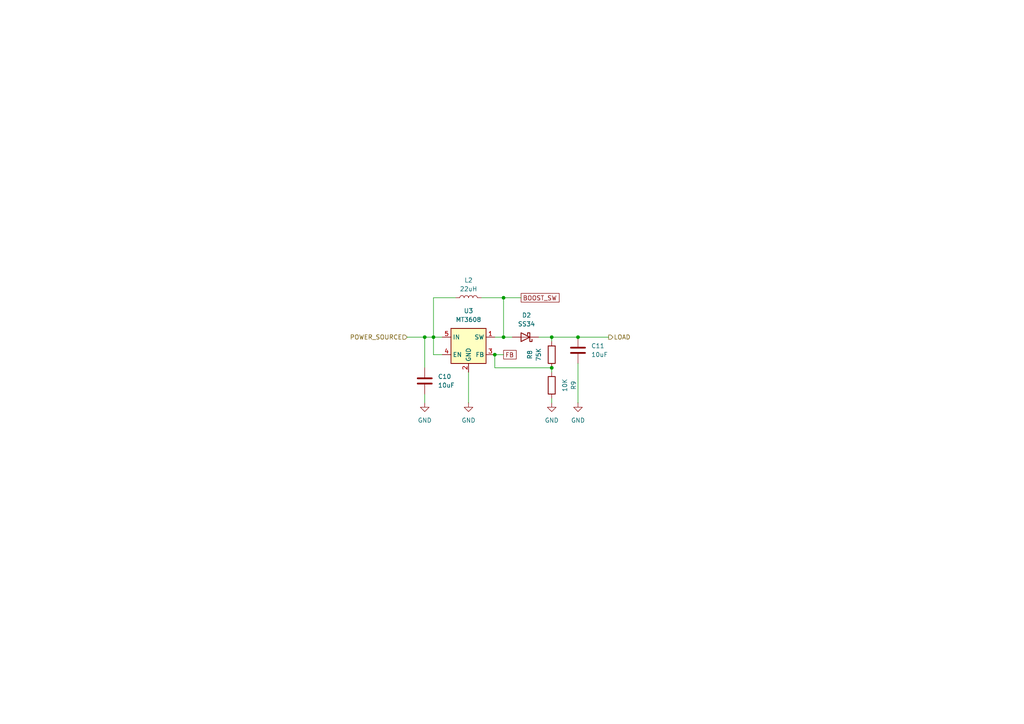
<source format=kicad_sch>
(kicad_sch (version 20231120) (generator "eeschema") (generator_version "8.0")
  (paper "A4")
  (lib_symbols
    (symbol "Device:C" (pin_numbers hide) (pin_names (offset 0.254))
      (property "Reference" "C" (at 0.635 2.54 0))
      (property "Value" "C" (at 0.635 -2.54 0))
      (symbol "C_0_1"
        (polyline (pts (xy -2.032 -0.762) (xy 2.032 -0.762)) (stroke (width 0.508)))
        (polyline (pts (xy -2.032 0.762) (xy 2.032 0.762)) (stroke (width 0.508)))
      )
      (symbol "C_1_1"
        (pin passive line (at 0 3.81 270) (length 2.794) (name "~") (number "1"))
        (pin passive line (at 0 -3.81 90) (length 2.794) (name "~") (number "2"))
      )
    )
    (symbol "Device:L" (pin_numbers hide) (pin_names (offset 1.016) hide)
      (property "Reference" "L" (at -1.27 0 90))
      (property "Value" "L" (at 1.905 0 90))
      (symbol "L_0_1"
        (arc (start 0 -2.54) (mid 0.6323 -1.905) (end 0 -1.27))
        (arc (start 0 -1.27) (mid 0.6323 -0.635) (end 0 0))
        (arc (start 0 0) (mid 0.6323 0.635) (end 0 1.27))
        (arc (start 0 1.27) (mid 0.6323 1.905) (end 0 2.54))
      )
      (symbol "L_1_1"
        (pin passive line (at 0 3.81 270) (length 1.27) (name "1") (number "1"))
        (pin passive line (at 0 -3.81 90) (length 1.27) (name "2") (number "2"))
      )
    )
    (symbol "Device:R" (pin_numbers hide) (pin_names (offset 0))
      (property "Reference" "R" (at 2.032 0 90))
      (property "Value" "R" (at 0 0 90))
      (symbol "R_0_1"
        (rectangle (start -1.016 -2.54) (end 1.016 2.54) (stroke (width 0.254)))
      )
      (symbol "R_1_1"
        (pin passive line (at 0 3.81 270) (length 1.27) (name "~") (number "1"))
        (pin passive line (at 0 -3.81 90) (length 1.27) (name "~") (number "2"))
      )
    )
    (symbol "Diode:SS34" (pin_numbers hide) (pin_names (offset 1.016) hide)
      (property "Reference" "D" (at 0 2.54 0))
      (property "Value" "SS34" (at 0 -2.54 0))
      (symbol "SS34_0_1"
        (polyline (pts (xy 1.27 0) (xy -1.27 0)))
        (polyline (pts (xy 1.27 1.27) (xy 1.27 -1.27) (xy -1.27 0) (xy 1.27 1.27)) (stroke (width 0.254)))
        (polyline (pts (xy -1.905 0.635) (xy -1.905 1.27) (xy -1.27 1.27) (xy -1.27 -1.27) (xy -0.635 -1.27) (xy -0.635 -0.635)) (stroke (width 0.254)))
      )
      (symbol "SS34_1_1"
        (pin passive line (at -3.81 0 0) (length 2.54) (name "K") (number "1"))
        (pin passive line (at 3.81 0 180) (length 2.54) (name "A") (number "2"))
      )
    )
    (symbol "lcsc:MT3608"
      (property "Reference" "U" (at -2.54 8.89 0))
      (property "Value" "MT3608" (at -3.81 6.35 0))
      (symbol "MT3608_0_1"
        (rectangle (start -5.08 5.08) (end 5.08 -5.08) (stroke (width 0.254)) (fill (type background)))
      )
      (symbol "MT3608_1_1"
        (pin passive line (at 7.62 2.54 180) (length 2.54) (name "SW") (number "1"))
        (pin power_in line (at 0 -7.62 90) (length 2.54) (name "GND") (number "2"))
        (pin input line (at 7.62 -2.54 180) (length 2.54) (name "FB") (number "3"))
        (pin input line (at -7.62 -2.54 0) (length 2.54) (name "EN") (number "4"))
        (pin power_in line (at -7.62 2.54 0) (length 2.54) (name "IN") (number "5"))
        (pin no_connect line (at 5.08 0 180) (length 2.54) hide (name "NC") (number "6"))
      )
    )
    (symbol "power:GND" (power) (pin_numbers hide) (pin_names (offset 0) hide)
      (property "Value" "GND" (at 0 -3.81 0))
      (symbol "GND_0_1"
        (polyline (pts (xy 0 0) (xy 0 -1.27) (xy 1.27 -1.27) (xy 0 -2.54) (xy -1.27 -1.27) (xy 0 -1.27)))
      )
      (symbol "GND_1_1"
        (pin power_in line (at 0 0 270) (length 0) (name "~") (number "1"))
      )
    )
  )
  (junction (at 146.05 86.36))
  (junction (at 167.64 97.79))
  (junction (at 160.02 106.68))
  (junction (at 123.19 97.79))
  (junction (at 146.05 97.79))
  (junction (at 143.51 102.87))
  (junction (at 160.02 97.79))
  (junction (at 125.73 97.79))
  (wire (pts (xy 146.05 97.79) (xy 143.51 97.79)))
  (wire (pts (xy 139.7 86.36) (xy 146.05 86.36)))
  (wire (pts (xy 146.05 97.79) (xy 148.59 97.79)))
  (wire (pts (xy 143.51 106.68) (xy 160.02 106.68)))
  (wire (pts (xy 125.73 102.87) (xy 125.73 97.79)))
  (wire (pts (xy 143.51 102.87) (xy 143.51 106.68)))
  (wire (pts (xy 160.02 97.79) (xy 167.64 97.79)))
  (wire (pts (xy 125.73 86.36) (xy 132.08 86.36)))
  (wire (pts (xy 167.64 105.41) (xy 167.64 116.84)))
  (wire (pts (xy 123.19 97.79) (xy 125.73 97.79)))
  (wire (pts (xy 160.02 106.68) (xy 160.02 107.95)))
  (wire (pts (xy 160.02 97.79) (xy 160.02 99.06)))
  (wire (pts (xy 167.64 97.79) (xy 176.53 97.79)))
  (wire (pts (xy 146.05 86.36) (xy 151.13 86.36)))
  (wire (pts (xy 123.19 106.68) (xy 123.19 97.79)))
  (wire (pts (xy 146.05 86.36) (xy 146.05 97.79)))
  (wire (pts (xy 156.21 97.79) (xy 160.02 97.79)))
  (wire (pts (xy 125.73 86.36) (xy 125.73 97.79)))
  (wire (pts (xy 143.51 102.87) (xy 146.05 102.87)))
  (wire (pts (xy 135.89 107.95) (xy 135.89 116.84)))
  (wire (pts (xy 160.02 116.84) (xy 160.02 115.57)))
  (wire (pts (xy 128.27 102.87) (xy 125.73 102.87)))
  (wire (pts (xy 125.73 97.79) (xy 128.27 97.79)))
  (wire (pts (xy 123.19 114.3) (xy 123.19 116.84)))
  (wire (pts (xy 118.11 97.79) (xy 123.19 97.79)))
  (global_label "FB" (shape passive) (at 146.05 102.87 0) (property "Intersheetrefs" "${INTERSHEET_REFS}" (effects (hide yes))))
  (global_label "BOOST_SW" (shape passive) (at 151.13 86.36 0) (property "Intersheetrefs" "${INTERSHEET_REFS}" (effects (hide yes))))
  (hierarchical_label "LOAD" (shape output) (at 176.53 97.79 0))
  (hierarchical_label "POWER_SOURCE" (shape input) (at 118.11 97.79 180))
  (symbol (lib_id "power:GND") (at 123.19 116.84 0) (unit 1)
    (property "Reference" "#PWR08" (effects (hide yes)))
    (property "Value" "GND" (at 123.19 121.92 0))
    (property "Description" "Power symbol creates a global label with name \"GND\" , ground" (effects (hide yes)))
  )
  (symbol (lib_id "Device:C") (at 123.19 110.49 0) (unit 1)
    (property "Reference" "C10" (at 127 109.2199 0) (effects (justify left)))
    (property "Value" "10uF" (at 127 111.7599 0) (effects (justify left)))
    (property "Footprint" "Capacitor_SMD:C_0603_1608Metric" (effects (hide yes)))
    (property "Description" "Unpolarized capacitor" (effects (hide yes)))
    (property "LCSC Part" "C19702" (effects (hide yes)))
  )
  (symbol (lib_id "power:GND") (at 167.64 116.84 0) (unit 1)
    (property "Reference" "#PWR011" (effects (hide yes)))
    (property "Value" "GND" (at 167.64 121.92 0))
    (property "Description" "Power symbol creates a global label with name \"GND\" , ground" (effects (hide yes)))
  )
  (symbol (lib_id "Device:L") (at 135.89 86.36 90) (unit 1)
    (property "Reference" "L2" (at 135.89 81.28 90))
    (property "Value" "22uH" (at 135.89 83.82 90))
    (property "Footprint" "lcsc:IND-SMD_L7.0-W6.6" (effects (hide yes)))
    (property "Description" "Inductor" (effects (hide yes)))
    (property "LCSC Part" "C5832376" (effects (hide yes)))
  )
  (symbol (lib_id "lcsc:MT3608") (at 135.89 100.33 0) (unit 1)
    (property "Reference" "U3" (at 135.89 90.17 0))
    (property "Value" "MT3608" (at 135.89 92.71 0))
    (property "Footprint" "Package_TO_SOT_SMD:SOT-23-6" (effects (hide yes)))
    (property "Datasheet" "https://www.olimex.com/Products/Breadboarding/BB-PWR-3608/resources/MT3608.pdf" (effects (hide yes)))
    (property "Description" "High Efficiency 1.2MHz 2A Step Up Converter, 2-24V Vin, 28V Vout, 4A current limit, 1.2MHz, SOT23-6" (effects (hide yes)))
    (property "LCSC Part" "C84817" (effects (hide yes)))
    (property "JLCPCB_CORRECTION" "0; 0; 270" (effects (hide yes)))
  )
  (symbol (lib_id "Device:R") (at 160.02 102.87 0) (mirror y) (unit 1)
    (property "Reference" "R8" (at 153.67 102.87 90))
    (property "Value" "75K" (at 156.21 102.87 90))
    (property "Footprint" "Resistor_SMD:R_0402_1005Metric" (effects (hide yes)))
    (property "Description" "Resistor" (effects (hide yes)))
    (property "LCSC Part" "C25798" (effects (hide yes)))
  )
  (symbol (lib_id "Diode:SS34") (at 152.4 97.79 180) (unit 1)
    (property "Reference" "D2" (at 152.7175 91.44 0))
    (property "Value" "SS34" (at 152.7175 93.98 0))
    (property "Footprint" "custom:D_SMA_simple" (effects (hide yes)))
    (property "Datasheet" "https://www.vishay.com/docs/88751/ss32.pdf" (effects (hide yes)))
    (property "Description" "40V 3A Schottky Diode, SMA" (effects (hide yes)))
    (property "LCSC Part" "C8678" (effects (hide yes)))
  )
  (symbol (lib_id "Device:C") (at 167.64 101.6 0) (unit 1)
    (property "Reference" "C11" (at 171.45 100.3299 0) (effects (justify left)))
    (property "Value" "10uF" (at 171.45 102.8699 0) (effects (justify left)))
    (property "Footprint" "Capacitor_SMD:C_0402_1005Metric" (effects (hide yes)))
    (property "Description" "Unpolarized capacitor" (effects (hide yes)))
    (property "LCSC Part" "C15525" (effects (hide yes)))
  )
  (symbol (lib_id "power:GND") (at 135.89 116.84 0) (unit 1)
    (property "Reference" "#PWR09" (effects (hide yes)))
    (property "Value" "GND" (at 135.89 121.92 0))
    (property "Description" "Power symbol creates a global label with name \"GND\" , ground" (effects (hide yes)))
  )
  (symbol (lib_id "Device:R") (at 160.02 111.76 0) (mirror y) (unit 1)
    (property "Reference" "R9" (at 166.37 111.76 90))
    (property "Value" "10K" (at 163.83 111.76 90))
    (property "Footprint" "Resistor_SMD:R_0402_1005Metric" (effects (hide yes)))
    (property "Description" "Resistor" (effects (hide yes)))
    (property "LCSC Part" "C25744" (effects (hide yes)))
  )
  (symbol (lib_id "power:GND") (at 160.02 116.84 0) (unit 1)
    (property "Reference" "#PWR010" (effects (hide yes)))
    (property "Value" "GND" (at 160.02 121.92 0))
    (property "Description" "Power symbol creates a global label with name \"GND\" , ground" (effects (hide yes)))
  )
)
</source>
